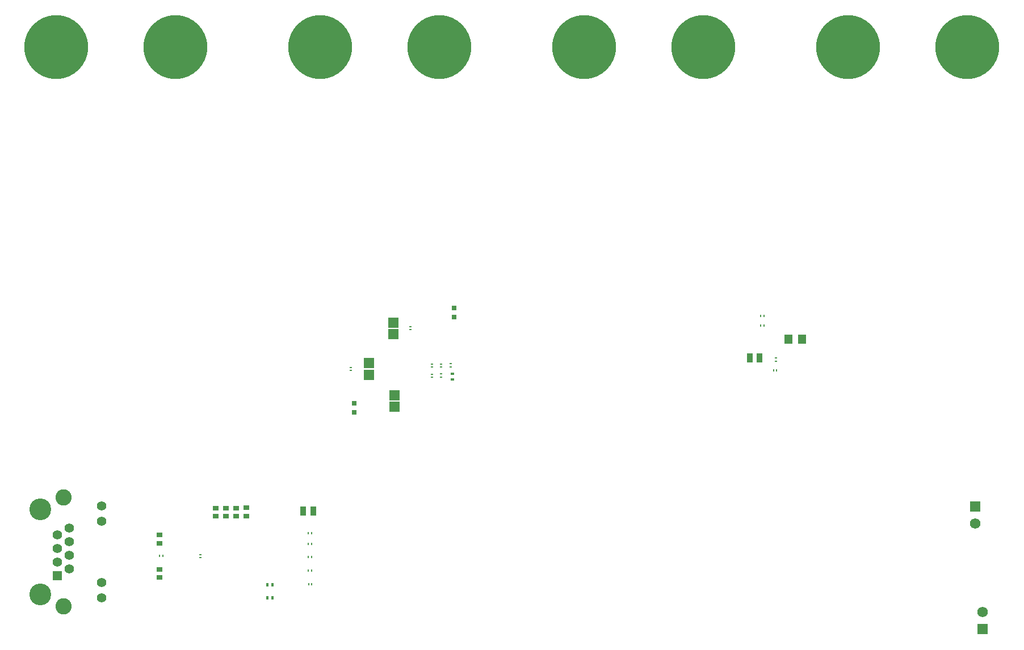
<source format=gbr>
%TF.GenerationSoftware,Altium Limited,Altium Designer,24.1.2 (44)*%
G04 Layer_Color=255*
%FSLAX45Y45*%
%MOMM*%
%TF.SameCoordinates,57B3B6A3-E825-4013-9261-08072AB09D51*%
%TF.FilePolarity,Positive*%
%TF.FileFunction,Pads,Bot*%
%TF.Part,Single*%
G01*
G75*
%TA.AperFunction,SMDPad,CuDef*%
%ADD14R,0.25000X0.30000*%
%ADD18R,0.90000X0.80000*%
%ADD26R,0.30000X0.25000*%
%ADD34R,1.20000X1.45000*%
%ADD35R,0.40000X0.50000*%
%TA.AperFunction,ComponentPad*%
%ADD47C,1.57000*%
%ADD48R,1.57000X1.57000*%
%ADD49C,9.55000*%
%ADD50C,1.39000*%
%ADD51R,1.39000X1.39000*%
%ADD52C,2.42000*%
%ADD53C,3.25000*%
%TA.AperFunction,SMDPad,CuDef*%
%ADD56R,1.55620X1.57807*%
%ADD57R,0.70000X0.65000*%
%ADD58R,0.50000X0.40000*%
%ADD59R,0.95000X1.35000*%
D14*
X7326250Y4013200D02*
D03*
X7278750D02*
D03*
X7324600Y4419600D02*
D03*
X7277100D02*
D03*
X7324600Y4610100D02*
D03*
X7277100D02*
D03*
X7324600Y4775200D02*
D03*
X7277100D02*
D03*
X7324600Y4216400D02*
D03*
X7277100D02*
D03*
X5056250Y4432300D02*
D03*
X5103750D02*
D03*
X14024100Y8013700D02*
D03*
X14071600D02*
D03*
X14024100Y7874000D02*
D03*
X14071600D02*
D03*
X14262100Y7200900D02*
D03*
X14214600D02*
D03*
D18*
X6350000Y5152700D02*
D03*
Y5032700D02*
D03*
X6197600Y5149200D02*
D03*
Y5029200D02*
D03*
X6045200Y5149200D02*
D03*
Y5029200D02*
D03*
X5892800Y5149200D02*
D03*
Y5029200D02*
D03*
X5054600Y4746300D02*
D03*
Y4626300D02*
D03*
Y4114800D02*
D03*
Y4234800D02*
D03*
D26*
X8801100Y7859650D02*
D03*
Y7812150D02*
D03*
X7912100Y7202550D02*
D03*
Y7250050D02*
D03*
X9398000Y7255000D02*
D03*
Y7302500D02*
D03*
X9258300Y7253350D02*
D03*
Y7300850D02*
D03*
X9118600Y7253350D02*
D03*
Y7300850D02*
D03*
Y7146800D02*
D03*
Y7099300D02*
D03*
X9258300Y7150100D02*
D03*
Y7102600D02*
D03*
X5664200Y4456050D02*
D03*
Y4408550D02*
D03*
X14249400Y7388100D02*
D03*
Y7340600D02*
D03*
D34*
X14439900Y7670800D02*
D03*
X14639900D02*
D03*
D35*
X6743700Y3810000D02*
D03*
X6663700D02*
D03*
X6743700Y4000500D02*
D03*
X6663700D02*
D03*
D47*
X17335500Y3594100D02*
D03*
X17221201Y4914900D02*
D03*
D48*
X17335500Y3340100D02*
D03*
X17221201Y5168900D02*
D03*
D49*
X9232900Y12026900D02*
D03*
X17106900D02*
D03*
X15328900D02*
D03*
X13169901D02*
D03*
X11391900D02*
D03*
X7454900D02*
D03*
X5295900D02*
D03*
X3517900D02*
D03*
D50*
X4194500Y4038800D02*
D03*
Y3809800D02*
D03*
Y4952800D02*
D03*
Y5181800D02*
D03*
X3534500Y4749800D02*
D03*
Y4545800D02*
D03*
Y4341800D02*
D03*
X3712500Y4851800D02*
D03*
Y4647800D02*
D03*
Y4443800D02*
D03*
Y4239800D02*
D03*
D51*
X3534500Y4137800D02*
D03*
D52*
X3623500Y3682800D02*
D03*
Y5308800D02*
D03*
D53*
X3280500Y3860800D02*
D03*
Y5130800D02*
D03*
D56*
X8547100Y7919812D02*
D03*
Y7747000D02*
D03*
X8178800Y7139894D02*
D03*
Y7312706D02*
D03*
X8559800Y6659788D02*
D03*
Y6832600D02*
D03*
D57*
X7962900Y6578600D02*
D03*
Y6713600D02*
D03*
X9448800Y8132000D02*
D03*
Y7997000D02*
D03*
D58*
X9423400Y7150100D02*
D03*
Y7070100D02*
D03*
D59*
X7352100Y5105400D02*
D03*
X7202100D02*
D03*
X14008099Y7391400D02*
D03*
X13858099D02*
D03*
%TF.MD5,8c1ca6cd5e3938eca67b800165eca17f*%
M02*

</source>
